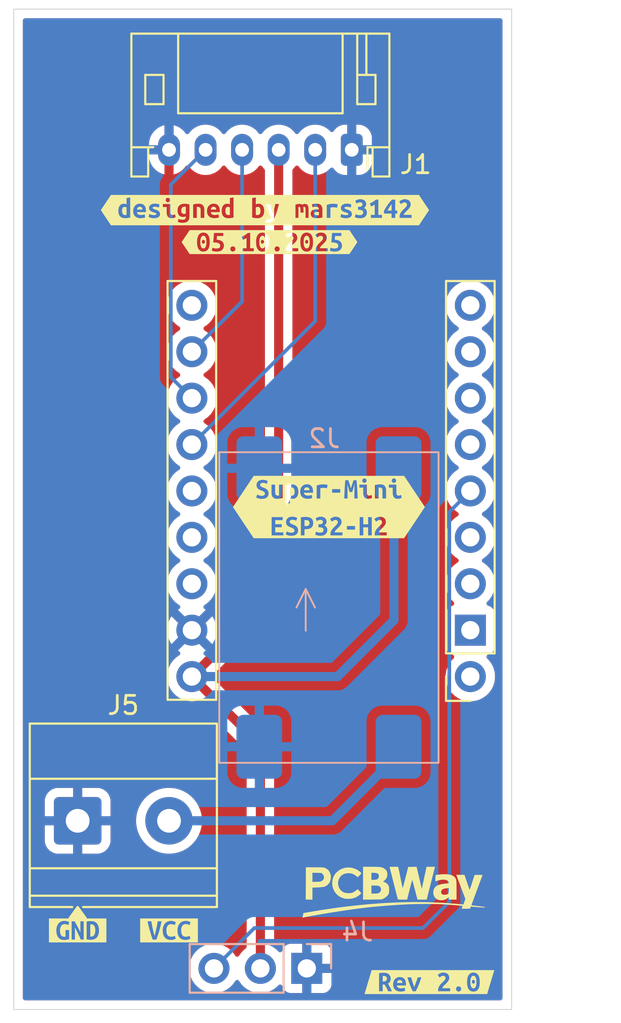
<source format=kicad_pcb>
(kicad_pcb (version 20241229) (generator "pcbnew") (generator_version "9.0")
  (title_block (title "Mole Beacon") (date "05.10.2025") (rev "2.0") (company "Peter Siegmund") (comment 1 "kicad@mars3142.org") (comment 2 "https://wiki.mars3142.dev/project/maerklin/warnemuende/lighthouse/start"))
  (layers (0 "F.Cu" signal) (2 "B.Cu" signal) (13 "F.Paste" user) (15 "B.Paste" user) (5 "F.SilkS" user "F.Silkscreen") (7 "B.SilkS" user "B.Silkscreen") (1 "F.Mask" user) (3 "B.Mask" user) (25 "Edge.Cuts" user))
  (net 0 "")
  (net 1 "+5V")
  (net 2 "OUTDOOR_L")
  (net 3 "IO")
  (net 4 "OUTDOOR_R")
  (net 5 "VCC")
  (net 15 "GND")
  (net 17 "BEACON")
  (footprint "Connector_JST:JST_PH_S6B-PH-K_1x06_P2.00mm_Horizontal" (layer "F.Cu") (at 107 49.95 180)
    (property "Reference" "J1" (at -3.5 -0.8 180) (layer "F.SilkS"))
    (property "Value" "Light")
    (pad "1" thru_hole roundrect (at 0 0 180) (size 1.2 1.75) (drill 0.75) (layers "*.Cu" "*.Mask") (roundrect_rratio 0.208333) (net 15 "GND"))
    (pad "2" thru_hole oval (at 2 0 180) (size 1.2 1.75) (drill 0.75) (layers "*.Cu" "*.Mask") (net 2 "OUTDOOR_L"))
    (pad "3" thru_hole oval (at 4 0 180) (size 1.2 1.75) (drill 0.75) (layers "*.Cu" "*.Mask") (net 1 "+5V"))
    (pad "4" thru_hole oval (at 6 0 180) (size 1.2 1.75) (drill 0.75) (layers "*.Cu" "*.Mask") (net 17 "BEACON"))
    (pad "5" thru_hole oval (at 8 0 180) (size 1.2 1.75) (drill 0.75) (layers "*.Cu" "*.Mask") (net 4 "OUTDOOR_R"))
    (pad "6" thru_hole oval (at 10 0 180) (size 1.2 1.75) (drill 0.75) (layers "*.Cu" "*.Mask") (net 15 "GND"))
  )
  (footprint "kibuzzard-6876C573" (layer "F.Cu") (at 102.25 53.25)
    (property "Reference" "kibuzzard-6876C573" (hide yes))
    (property "Value" "G***" (hide yes))
  )
  (footprint "kibuzzard-6876C010" (layer "F.Cu") (at 92 92.6725)
    (property "Reference" "kibuzzard-6876C010" (hide yes))
    (property "Value" "G***" (hide yes))
  )
  (footprint "kibuzzard-689F9361" (layer "F.Cu") (at 105.75 69.5)
    (property "Reference" "kibuzzard-689F9361" (hide yes))
    (property "Value" "G***" (hide yes))
  )
  (footprint "kibuzzard-6876C4C3" (layer "F.Cu") (at 102.5 55)
    (property "Reference" "kibuzzard-6876C4C3" (hide yes))
    (property "Value" "G***" (hide yes))
  )
  (footprint "TerminalBlock_Phoenix:TerminalBlock_Phoenix_MKDS-1,5-2_1x02_P5.00mm_Horizontal" (layer "F.Cu") (at 92 86.6725)
    (property "Reference" "J5" (at 2.5 -6.32 0) (layer "F.SilkS"))
    (property "Value" "Input")
    (pad "1" thru_hole roundrect (at 0 0) (size 2.6 2.6) (drill 1.3) (layers "*.Cu" "*.Mask") (roundrect_rratio 0.096154) (net 15 "GND"))
    (pad "2" thru_hole circle (at 5 0) (size 2.6 2.6) (drill 1.3) (layers "*.Cu" "*.Mask") (net 5 "VCC"))
  )
  (footprint "LOGO" (layer "F.Cu") (at 109.25 90.5)
    (property "Reference" "G***" (hide yes))
    (property "Value" "LOGO" (hide yes))
  )
  (footprint "wemos:PinSocket_S3 Zero" (layer "F.Cu") (at 105.87 68.62 180)
    (property "Reference" "J3" (hide yes))
    (property "Value" "Conn_ESP32-H2_Super-Mini_-_Pins_only")
    (pad "1" thru_hole circle (at -7.62 -10.16 180) (size 1.7 1.7) (drill 1) (layers "*.Cu" "*.Mask"))
    (pad "2" thru_hole rect (at -7.62 -7.62 180) (size 1.7 1.7) (drill 1) (layers "*.Cu" "*.Mask"))
    (pad "3" thru_hole circle (at -7.62 -5.08 180) (size 1.7 1.7) (drill 1) (layers "*.Cu" "*.Mask"))
    (pad "4" thru_hole circle (at -7.62 -2.54 180) (size 1.7 1.7) (drill 1) (layers "*.Cu" "*.Mask"))
    (pad "5" thru_hole circle (at -7.62 0 180) (size 1.7 1.7) (drill 1) (layers "*.Cu" "*.Mask") (net 3 "IO"))
    (pad "6" thru_hole circle (at -7.62 2.54 180) (size 1.7 1.7) (drill 1) (layers "*.Cu" "*.Mask"))
    (pad "7" thru_hole circle (at -7.62 5.08 180) (size 1.7 1.7) (drill 1) (layers "*.Cu" "*.Mask"))
    (pad "8" thru_hole circle (at -7.62 7.62 180) (size 1.7 1.7) (drill 1) (layers "*.Cu" "*.Mask"))
    (pad "9" thru_hole circle (at -7.62 10.16 180) (size 1.7 1.7) (drill 1) (layers "*.Cu" "*.Mask"))
    (pad "10" thru_hole circle (at 7.62 -10.16 180) (size 1.7 1.7) (drill 1) (layers "*.Cu" "*.Mask") (net 1 "+5V"))
    (pad "11" thru_hole circle (at 7.62 -7.62 180) (size 1.7 1.7) (drill 1) (layers "*.Cu" "*.Mask") (net 15 "GND"))
    (pad "12" thru_hole circle (at 7.62 -5.08 180) (size 1.7 1.7) (drill 1) (layers "*.Cu" "*.Mask"))
    (pad "13" thru_hole circle (at 7.62 -2.54 180) (size 1.7 1.7) (drill 1) (layers "*.Cu" "*.Mask"))
    (pad "14" thru_hole circle (at 7.62 0 180) (size 1.7 1.7) (drill 1) (layers "*.Cu" "*.Mask"))
    (pad "15" thru_hole circle (at 7.62 2.54 180) (size 1.7 1.7) (drill 1) (layers "*.Cu" "*.Mask") (net 2 "OUTDOOR_L"))
    (pad "16" thru_hole circle (at 7.62 5.08 180) (size 1.7 1.7) (drill 1) (layers "*.Cu" "*.Mask") (net 4 "OUTDOOR_R"))
    (pad "17" thru_hole circle (at 7.62 7.62 180) (size 1.7 1.7) (drill 1) (layers "*.Cu" "*.Mask") (net 17 "BEACON"))
    (pad "18" thru_hole circle (at 7.62 10.16 180) (size 1.7 1.7) (drill 1) (layers "*.Cu" "*.Mask"))
  )
  (footprint "kibuzzard-68B8583C" (layer "F.Cu") (at 97 92.6725)
    (property "Reference" "kibuzzard-68B8583C" (hide yes))
    (property "Value" "G***" (hide yes))
  )
  (footprint "kibuzzard-68B98DAB" (layer "F.Cu") (at 111.25 95.5)
    (property "Reference" "kibuzzard-68B98DAB" (hide yes))
    (property "Value" "G***" (hide yes))
  )
  (footprint "Connector_PinSocket_2.54mm:PinSocket_1x03_P2.54mm_Vertical" (layer "B.Cu") (at 104.54 94.75 90)
    (property "Reference" "J4" (at 2 2.77 0) (layer "B.SilkS") (effects (justify mirror)))
    (property "Value" "Touch")
    (pad "1" thru_hole rect (at 0 0 90) (size 1.7 1.7) (drill 1) (layers "*.Cu" "*.Mask") (net 15 "GND"))
    (pad "2" thru_hole circle (at 0 -2.54 90) (size 1.7 1.7) (drill 1) (layers "*.Cu" "*.Mask") (net 1 "+5V"))
    (pad "3" thru_hole circle (at 0 -5.08 90) (size 1.7 1.7) (drill 1) (layers "*.Cu" "*.Mask") (net 3 "IO"))
  )
  (footprint "aliexpress:Buck Converter (30V to 5V)" (layer "B.Cu") (at 105.75 75 90)
    (property "Reference" "J2" (at 9.25 -0.25 0) (layer "B.SilkS") (effects (justify mirror)))
    (property "Value" "Buck Converter")
    (pad "1" smd roundrect (at -7.62 3.81 90) (size 3.5 2.5) (layers "B.Cu" "B.Mask" "B.Paste") (roundrect_rratio 0.15) (net 5 "VCC"))
    (pad "2" smd roundrect (at -7.62 -3.81 90) (size 3.5 2.5) (layers "B.Cu" "B.Mask" "B.Paste") (roundrect_rratio 0.15) (net 15 "GND"))
    (pad "3" smd roundrect (at 7.62 3.81 90) (size 3.5 2.5) (layers "B.Cu" "B.Mask" "B.Paste") (roundrect_rratio 0.15) (net 1 "+5V"))
    (pad "4" smd roundrect (at 7.62 -3.81 90) (size 3.5 2.5) (layers "B.Cu" "B.Mask" "B.Paste") (roundrect_rratio 0.15) (net 15 "GND"))
  )
  (gr_rect (start 88.5 42.25) (end 115.75 97) (stroke (width 0.05)) (fill no) (layer "Edge.Cuts"))
  (segment (start 98.25 78.78) (end 103 74.03) (width 0.5) (layer "F.Cu") (net 1))
  (segment (start 103 74.03) (end 103 49.95) (width 0.5) (layer "F.Cu") (net 1))
  (segment (start 102 82.53) (end 98.25 78.78) (width 0.5) (layer "F.Cu") (net 1))
  (segment (start 102 94.75) (end 102 82.53) (width 0.5) (layer "F.Cu") (net 1))
  (segment (start 109.31 67.63) (end 109.31 75.69) (width 0.5) (layer "B.Cu") (net 1))
  (segment (start 106.22 78.78) (end 98.25 78.78) (width 0.5) (layer "B.Cu") (net 1))
  (segment (start 109.31 75.69) (end 106.22 78.78) (width 0.5) (layer "B.Cu") (net 1))
  (segment (start 109.56 67.38) (end 109.31 67.63) (width 0.5) (layer "B.Cu") (net 1))
  (segment (start 98.25 66.08) (end 105 59.33) (width 0.2) (layer "B.Cu") (net 2))
  (segment (start 105 59.33) (end 105 49.95) (width 0.2) (layer "B.Cu") (net 2))
  (segment (start 110.905008 92.541) (end 112.339 91.107008) (width 0.2) (layer "B.Cu") (net 3))
  (segment (start 99.46 94.54) (end 99.5 94.5) (width 0.2) (layer "B.Cu") (net 3))
  (segment (start 101.669 92.541) (end 110.905008 92.541) (width 0.2) (layer "B.Cu") (net 3))
  (segment (start 112.339 91.107008) (end 112.339 69.771) (width 0.2) (layer "B.Cu") (net 3))
  (segment (start 99.46 94.75) (end 101.669 92.541) (width 0.2) (layer "B.Cu") (net 3))
  (segment (start 112.339 69.771) (end 113.49 68.62) (width 0.2) (layer "B.Cu") (net 3))
  (segment (start 97.099 51.851) (end 99 49.95) (width 0.2) (layer "B.Cu") (net 4))
  (segment (start 97.099 62.389) (end 97.099 51.851) (width 0.2) (layer "B.Cu") (net 4))
  (segment (start 98.25 63.54) (end 97.099 62.389) (width 0.2) (layer "B.Cu") (net 4))
  (segment (start 105.9325 86.6725) (end 109.31 83.295) (width 0.5) (layer "B.Cu") (net 5))
  (segment (start 109.31 82.87) (end 109.56 82.62) (width 0.5) (layer "B.Cu") (net 5))
  (segment (start 109.31 83.295) (end 109.31 82.87) (width 0.5) (layer "B.Cu") (net 5))
  (segment (start 97 86.6725) (end 105.9325 86.6725) (width 0.5) (layer "B.Cu") (net 5))
  (segment (start 98.25 61) (end 101 58.25) (width 0.2) (layer "B.Cu") (net 17))
  (segment (start 101 58.25) (end 101 49.95) (width 0.2) (layer "B.Cu") (net 17))
  (zone (net 15) (net_name "GND") (layers "F.Cu" "B.Cu") (connect_pads (clearance 0.5)) (min_thickness 0.25) (fill yes (thermal_gap 0.5) (thermal_bridge_width 0.5))
    (polygon (pts (xy 116.5 41.75) (xy 87.75 41.75) (xy 87.75 97.75) (xy 116.5 97.75)))
  )
)
</source>
